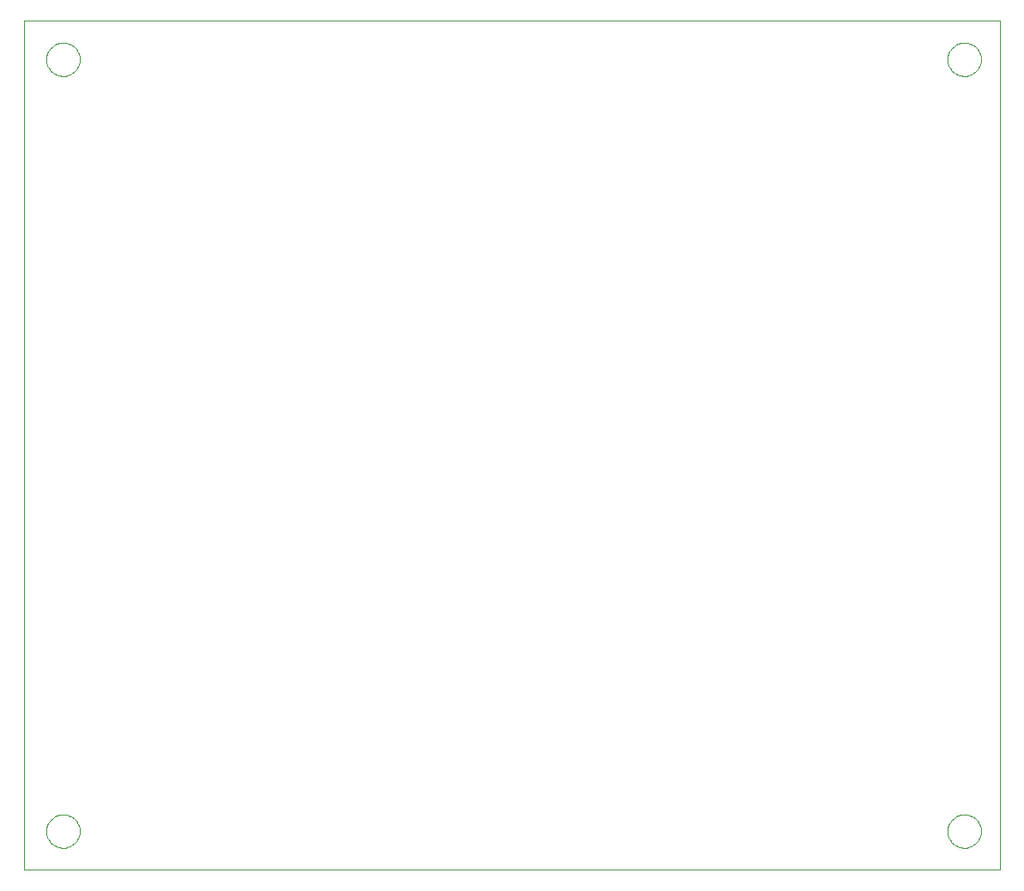
<source format=gko>
G75*
%MOIN*%
%OFA0B0*%
%FSLAX24Y24*%
%IPPOS*%
%LPD*%
%AMOC8*
5,1,8,0,0,1.08239X$1,22.5*
%
%ADD10C,0.0000*%
D10*
X001113Y000550D02*
X001113Y033546D01*
X038983Y033546D01*
X038983Y000550D01*
X001113Y000550D01*
X001963Y002050D02*
X001965Y002100D01*
X001971Y002150D01*
X001981Y002200D01*
X001994Y002248D01*
X002011Y002296D01*
X002032Y002342D01*
X002056Y002386D01*
X002084Y002428D01*
X002115Y002468D01*
X002149Y002505D01*
X002186Y002540D01*
X002225Y002571D01*
X002266Y002600D01*
X002310Y002625D01*
X002356Y002647D01*
X002403Y002665D01*
X002451Y002679D01*
X002500Y002690D01*
X002550Y002697D01*
X002600Y002700D01*
X002651Y002699D01*
X002701Y002694D01*
X002751Y002685D01*
X002799Y002673D01*
X002847Y002656D01*
X002893Y002636D01*
X002938Y002613D01*
X002981Y002586D01*
X003021Y002556D01*
X003059Y002523D01*
X003094Y002487D01*
X003127Y002448D01*
X003156Y002407D01*
X003182Y002364D01*
X003205Y002319D01*
X003224Y002272D01*
X003239Y002224D01*
X003251Y002175D01*
X003259Y002125D01*
X003263Y002075D01*
X003263Y002025D01*
X003259Y001975D01*
X003251Y001925D01*
X003239Y001876D01*
X003224Y001828D01*
X003205Y001781D01*
X003182Y001736D01*
X003156Y001693D01*
X003127Y001652D01*
X003094Y001613D01*
X003059Y001577D01*
X003021Y001544D01*
X002981Y001514D01*
X002938Y001487D01*
X002893Y001464D01*
X002847Y001444D01*
X002799Y001427D01*
X002751Y001415D01*
X002701Y001406D01*
X002651Y001401D01*
X002600Y001400D01*
X002550Y001403D01*
X002500Y001410D01*
X002451Y001421D01*
X002403Y001435D01*
X002356Y001453D01*
X002310Y001475D01*
X002266Y001500D01*
X002225Y001529D01*
X002186Y001560D01*
X002149Y001595D01*
X002115Y001632D01*
X002084Y001672D01*
X002056Y001714D01*
X002032Y001758D01*
X002011Y001804D01*
X001994Y001852D01*
X001981Y001900D01*
X001971Y001950D01*
X001965Y002000D01*
X001963Y002050D01*
X001963Y032050D02*
X001965Y032100D01*
X001971Y032150D01*
X001981Y032200D01*
X001994Y032248D01*
X002011Y032296D01*
X002032Y032342D01*
X002056Y032386D01*
X002084Y032428D01*
X002115Y032468D01*
X002149Y032505D01*
X002186Y032540D01*
X002225Y032571D01*
X002266Y032600D01*
X002310Y032625D01*
X002356Y032647D01*
X002403Y032665D01*
X002451Y032679D01*
X002500Y032690D01*
X002550Y032697D01*
X002600Y032700D01*
X002651Y032699D01*
X002701Y032694D01*
X002751Y032685D01*
X002799Y032673D01*
X002847Y032656D01*
X002893Y032636D01*
X002938Y032613D01*
X002981Y032586D01*
X003021Y032556D01*
X003059Y032523D01*
X003094Y032487D01*
X003127Y032448D01*
X003156Y032407D01*
X003182Y032364D01*
X003205Y032319D01*
X003224Y032272D01*
X003239Y032224D01*
X003251Y032175D01*
X003259Y032125D01*
X003263Y032075D01*
X003263Y032025D01*
X003259Y031975D01*
X003251Y031925D01*
X003239Y031876D01*
X003224Y031828D01*
X003205Y031781D01*
X003182Y031736D01*
X003156Y031693D01*
X003127Y031652D01*
X003094Y031613D01*
X003059Y031577D01*
X003021Y031544D01*
X002981Y031514D01*
X002938Y031487D01*
X002893Y031464D01*
X002847Y031444D01*
X002799Y031427D01*
X002751Y031415D01*
X002701Y031406D01*
X002651Y031401D01*
X002600Y031400D01*
X002550Y031403D01*
X002500Y031410D01*
X002451Y031421D01*
X002403Y031435D01*
X002356Y031453D01*
X002310Y031475D01*
X002266Y031500D01*
X002225Y031529D01*
X002186Y031560D01*
X002149Y031595D01*
X002115Y031632D01*
X002084Y031672D01*
X002056Y031714D01*
X002032Y031758D01*
X002011Y031804D01*
X001994Y031852D01*
X001981Y031900D01*
X001971Y031950D01*
X001965Y032000D01*
X001963Y032050D01*
X036963Y032050D02*
X036965Y032100D01*
X036971Y032150D01*
X036981Y032200D01*
X036994Y032248D01*
X037011Y032296D01*
X037032Y032342D01*
X037056Y032386D01*
X037084Y032428D01*
X037115Y032468D01*
X037149Y032505D01*
X037186Y032540D01*
X037225Y032571D01*
X037266Y032600D01*
X037310Y032625D01*
X037356Y032647D01*
X037403Y032665D01*
X037451Y032679D01*
X037500Y032690D01*
X037550Y032697D01*
X037600Y032700D01*
X037651Y032699D01*
X037701Y032694D01*
X037751Y032685D01*
X037799Y032673D01*
X037847Y032656D01*
X037893Y032636D01*
X037938Y032613D01*
X037981Y032586D01*
X038021Y032556D01*
X038059Y032523D01*
X038094Y032487D01*
X038127Y032448D01*
X038156Y032407D01*
X038182Y032364D01*
X038205Y032319D01*
X038224Y032272D01*
X038239Y032224D01*
X038251Y032175D01*
X038259Y032125D01*
X038263Y032075D01*
X038263Y032025D01*
X038259Y031975D01*
X038251Y031925D01*
X038239Y031876D01*
X038224Y031828D01*
X038205Y031781D01*
X038182Y031736D01*
X038156Y031693D01*
X038127Y031652D01*
X038094Y031613D01*
X038059Y031577D01*
X038021Y031544D01*
X037981Y031514D01*
X037938Y031487D01*
X037893Y031464D01*
X037847Y031444D01*
X037799Y031427D01*
X037751Y031415D01*
X037701Y031406D01*
X037651Y031401D01*
X037600Y031400D01*
X037550Y031403D01*
X037500Y031410D01*
X037451Y031421D01*
X037403Y031435D01*
X037356Y031453D01*
X037310Y031475D01*
X037266Y031500D01*
X037225Y031529D01*
X037186Y031560D01*
X037149Y031595D01*
X037115Y031632D01*
X037084Y031672D01*
X037056Y031714D01*
X037032Y031758D01*
X037011Y031804D01*
X036994Y031852D01*
X036981Y031900D01*
X036971Y031950D01*
X036965Y032000D01*
X036963Y032050D01*
X036963Y002050D02*
X036965Y002100D01*
X036971Y002150D01*
X036981Y002200D01*
X036994Y002248D01*
X037011Y002296D01*
X037032Y002342D01*
X037056Y002386D01*
X037084Y002428D01*
X037115Y002468D01*
X037149Y002505D01*
X037186Y002540D01*
X037225Y002571D01*
X037266Y002600D01*
X037310Y002625D01*
X037356Y002647D01*
X037403Y002665D01*
X037451Y002679D01*
X037500Y002690D01*
X037550Y002697D01*
X037600Y002700D01*
X037651Y002699D01*
X037701Y002694D01*
X037751Y002685D01*
X037799Y002673D01*
X037847Y002656D01*
X037893Y002636D01*
X037938Y002613D01*
X037981Y002586D01*
X038021Y002556D01*
X038059Y002523D01*
X038094Y002487D01*
X038127Y002448D01*
X038156Y002407D01*
X038182Y002364D01*
X038205Y002319D01*
X038224Y002272D01*
X038239Y002224D01*
X038251Y002175D01*
X038259Y002125D01*
X038263Y002075D01*
X038263Y002025D01*
X038259Y001975D01*
X038251Y001925D01*
X038239Y001876D01*
X038224Y001828D01*
X038205Y001781D01*
X038182Y001736D01*
X038156Y001693D01*
X038127Y001652D01*
X038094Y001613D01*
X038059Y001577D01*
X038021Y001544D01*
X037981Y001514D01*
X037938Y001487D01*
X037893Y001464D01*
X037847Y001444D01*
X037799Y001427D01*
X037751Y001415D01*
X037701Y001406D01*
X037651Y001401D01*
X037600Y001400D01*
X037550Y001403D01*
X037500Y001410D01*
X037451Y001421D01*
X037403Y001435D01*
X037356Y001453D01*
X037310Y001475D01*
X037266Y001500D01*
X037225Y001529D01*
X037186Y001560D01*
X037149Y001595D01*
X037115Y001632D01*
X037084Y001672D01*
X037056Y001714D01*
X037032Y001758D01*
X037011Y001804D01*
X036994Y001852D01*
X036981Y001900D01*
X036971Y001950D01*
X036965Y002000D01*
X036963Y002050D01*
M02*

</source>
